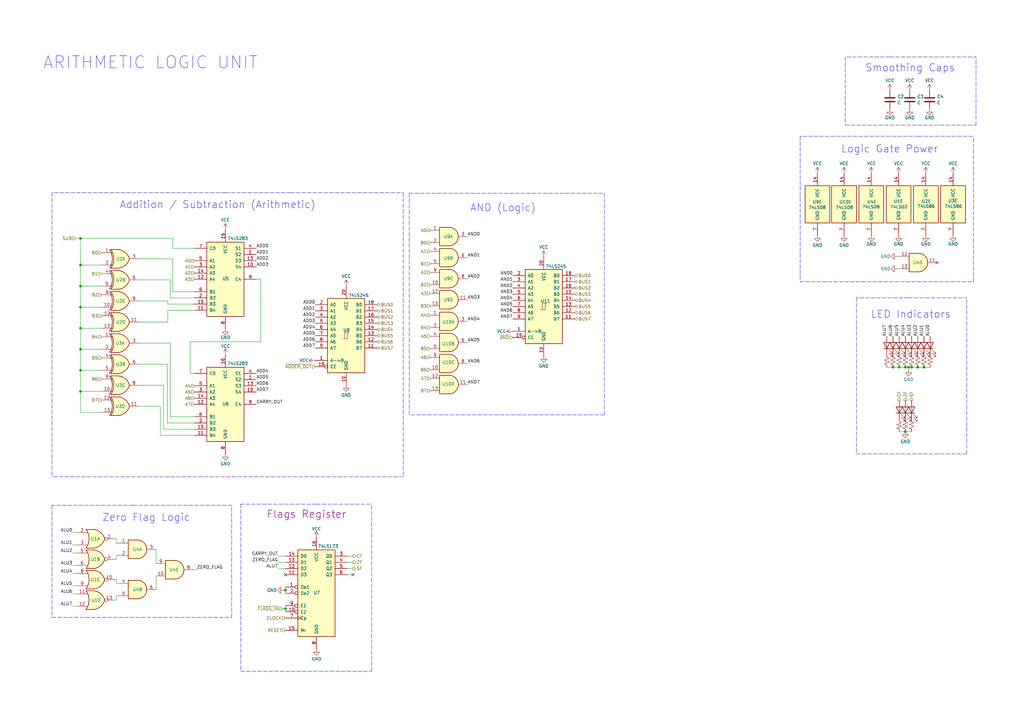
<source format=kicad_sch>
(kicad_sch (version 20211123) (generator eeschema)
  (paper "A3")
  (lib_symbols
    (symbol "74xx:74LS02" (pin_names (offset 1.016))
      (property "Reference" "U" (at 0 1.27 0))
      (property "Value" "74LS02" (at 0 -1.27 0))
      (symbol "74LS02_1_1"
        (pin output inverted (at 7.62 0 180) (length 3.81) (name "~") (number "1"))
        (pin input line (at -7.62 2.54 0) (length 4.318) (name "~") (number "2"))
        (pin input line (at -7.62 -2.54 0) (length 4.318) (name "~") (number "3"))
      )
      (symbol "74LS02_1_2"
        (pin output line (at 7.62 0 180) (length 3.81) (name "~") (number "1"))
        (pin input inverted (at -7.62 2.54 0) (length 3.81) (name "~") (number "2"))
        (pin input inverted (at -7.62 -2.54 0) (length 3.81) (name "~") (number "3"))
      )
      (symbol "74LS02_2_1"
        (pin output inverted (at 7.62 0 180) (length 3.81) (name "~") (number "4"))
        (pin input line (at -7.62 2.54 0) (length 4.318) (name "~") (number "5"))
        (pin input line (at -7.62 -2.54 0) (length 4.318) (name "~") (number "6"))
      )
      (symbol "74LS02_2_2"
        (pin output line (at 7.62 0 180) (length 3.81) (name "~") (number "4"))
        (pin input inverted (at -7.62 2.54 0) (length 3.81) (name "~") (number "5"))
        (pin input inverted (at -7.62 -2.54 0) (length 3.81) (name "~") (number "6"))
      )
      (symbol "74LS02_3_1"
        (pin output inverted (at 7.62 0 180) (length 3.81) (name "~") (number "10"))
        (pin input line (at -7.62 2.54 0) (length 4.318) (name "~") (number "8"))
        (pin input line (at -7.62 -2.54 0) (length 4.318) (name "~") (number "9"))
      )
      (symbol "74LS02_3_2"
        (pin output line (at 7.62 0 180) (length 3.81) (name "~") (number "10"))
        (pin input inverted (at -7.62 2.54 0) (length 3.81) (name "~") (number "8"))
        (pin input inverted (at -7.62 -2.54 0) (length 3.81) (name "~") (number "9"))
      )
      (symbol "74LS02_4_1"
        (pin input line (at -7.62 2.54 0) (length 4.318) (name "~") (number "11"))
        (pin input line (at -7.62 -2.54 0) (length 4.318) (name "~") (number "12"))
        (pin output inverted (at 7.62 0 180) (length 3.81) (name "~") (number "13"))
      )
      (symbol "74LS02_4_2"
        (pin input inverted (at -7.62 2.54 0) (length 3.81) (name "~") (number "11"))
        (pin input inverted (at -7.62 -2.54 0) (length 3.81) (name "~") (number "12"))
        (pin output line (at 7.62 0 180) (length 3.81) (name "~") (number "13"))
      )
      (symbol "74LS02_5_0"
        (pin power_in line (at 0 12.7 270) (length 5.08) (name "VCC") (number "14"))
        (pin power_in line (at 0 -12.7 90) (length 5.08) (name "GND") (number "7"))
      )
    )
    (symbol "74xx:74LS08" (pin_names (offset 1.016))
      (property "Reference" "U" (at 0 1.27 0))
      (property "Value" "74LS08" (at 0 -1.27 0))
      (symbol "74LS08_1_1"
        (pin input line (at -7.62 2.54 0) (length 3.81) (name "~") (number "1"))
        (pin input line (at -7.62 -2.54 0) (length 3.81) (name "~") (number "2"))
        (pin output line (at 7.62 0 180) (length 3.81) (name "~") (number "3"))
      )
      (symbol "74LS08_1_2"
        (pin input inverted (at -7.62 2.54 0) (length 4.318) (name "~") (number "1"))
        (pin input inverted (at -7.62 -2.54 0) (length 4.318) (name "~") (number "2"))
        (pin output inverted (at 7.62 0 180) (length 3.81) (name "~") (number "3"))
      )
      (symbol "74LS08_2_1"
        (pin input line (at -7.62 2.54 0) (length 3.81) (name "~") (number "4"))
        (pin input line (at -7.62 -2.54 0) (length 3.81) (name "~") (number "5"))
        (pin output line (at 7.62 0 180) (length 3.81) (name "~") (number "6"))
      )
      (symbol "74LS08_2_2"
        (pin input inverted (at -7.62 2.54 0) (length 4.318) (name "~") (number "4"))
        (pin input inverted (at -7.62 -2.54 0) (length 4.318) (name "~") (number "5"))
        (pin output inverted (at 7.62 0 180) (length 3.81) (name "~") (number "6"))
      )
      (symbol "74LS08_3_1"
        (pin input line (at -7.62 -2.54 0) (length 3.81) (name "~") (number "10"))
        (pin output line (at 7.62 0 180) (length 3.81) (name "~") (number "8"))
        (pin input line (at -7.62 2.54 0) (length 3.81) (name "~") (number "9"))
      )
      (symbol "74LS08_3_2"
        (pin input inverted (at -7.62 -2.54 0) (length 4.318) (name "~") (number "10"))
        (pin output inverted (at 7.62 0 180) (length 3.81) (name "~") (number "8"))
        (pin input inverted (at -7.62 2.54 0) (length 4.318) (name "~") (number "9"))
      )
      (symbol "74LS08_4_1"
        (pin output line (at 7.62 0 180) (length 3.81) (name "~") (number "11"))
        (pin input line (at -7.62 2.54 0) (length 3.81) (name "~") (number "12"))
        (pin input line (at -7.62 -2.54 0) (length 3.81) (name "~") (number "13"))
      )
      (symbol "74LS08_4_2"
        (pin output inverted (at 7.62 0 180) (length 3.81) (name "~") (number "11"))
        (pin input inverted (at -7.62 2.54 0) (length 4.318) (name "~") (number "12"))
        (pin input inverted (at -7.62 -2.54 0) (length 4.318) (name "~") (number "13"))
      )
      (symbol "74LS08_5_0"
        (pin power_in line (at 0 12.7 270) (length 5.08) (name "VCC") (number "14"))
        (pin power_in line (at 0 -12.7 90) (length 5.08) (name "GND") (number "7"))
      )
    )
    (symbol "74xx:74LS173" (pin_names (offset 1.016))
      (property "Reference" "U" (at -7.62 19.05 0))
      (property "Value" "74LS173" (at -7.62 -19.05 0))
      (symbol "74LS173_1_0"
        (pin input inverted (at -12.7 2.54 0) (length 5.08) (name "Oe1") (number "1"))
        (pin input inverted (at -12.7 -7.62 0) (length 5.08) (name "E2") (number "10"))
        (pin input line (at -12.7 7.62 0) (length 5.08) (name "D3") (number "11"))
        (pin input line (at -12.7 10.16 0) (length 5.08) (name "D2") (number "12"))
        (pin input line (at -12.7 12.7 0) (length 5.08) (name "D1") (number "13"))
        (pin input line (at -12.7 15.24 0) (length 5.08) (name "D0") (number "14"))
        (pin input line (at -12.7 -15.24 0) (length 5.08) (name "Mr") (number "15"))
        (pin power_in line (at 0 22.86 270) (length 5.08) (name "VCC") (number "16"))
        (pin input inverted (at -12.7 0 0) (length 5.08) (name "Oe2") (number "2"))
        (pin tri_state line (at 12.7 15.24 180) (length 5.08) (name "Q0") (number "3"))
        (pin tri_state line (at 12.7 12.7 180) (length 5.08) (name "Q1") (number "4"))
        (pin tri_state line (at 12.7 10.16 180) (length 5.08) (name "Q2") (number "5"))
        (pin tri_state line (at 12.7 7.62 180) (length 5.08) (name "Q3") (number "6"))
        (pin input clock (at -12.7 -10.16 0) (length 5.08) (name "Cp") (number "7"))
        (pin power_in line (at 0 -22.86 90) (length 5.08) (name "GND") (number "8"))
        (pin input inverted (at -12.7 -5.08 0) (length 5.08) (name "E1") (number "9"))
      )
    )
    (symbol "74xx:74LS245" (pin_names (offset 1.016))
      (property "Reference" "U" (at -7.62 16.51 0))
      (property "Value" "74LS245" (at -7.62 -16.51 0))
      (symbol "74LS245_1_0"
        (pin input line (at -12.7 -10.16 0) (length 5.08) (name "A->B") (number "1"))
        (pin power_in line (at 0 -20.32 90) (length 5.08) (name "GND") (number "10"))
        (pin tri_state line (at 12.7 -5.08 180) (length 5.08) (name "B7") (number "11"))
        (pin tri_state line (at 12.7 -2.54 180) (length 5.08) (name "B6") (number "12"))
        (pin tri_state line (at 12.7 0 180) (length 5.08) (name "B5") (number "13"))
        (pin tri_state line (at 12.7 2.54 180) (length 5.08) (name "B4") (number "14"))
        (pin tri_state line (at 12.7 5.08 180) (length 5.08) (name "B3") (number "15"))
        (pin tri_state line (at 12.7 7.62 180) (length 5.08) (name "B2") (number "16"))
        (pin tri_state line (at 12.7 10.16 180) (length 5.08) (name "B1") (number "17"))
        (pin tri_state line (at 12.7 12.7 180) (length 5.08) (name "B0") (number "18"))
        (pin input inverted (at -12.7 -12.7 0) (length 5.08) (name "CE") (number "19"))
        (pin tri_state line (at -12.7 12.7 0) (length 5.08) (name "A0") (number "2"))
        (pin power_in line (at 0 20.32 270) (length 5.08) (name "VCC") (number "20"))
        (pin tri_state line (at -12.7 10.16 0) (length 5.08) (name "A1") (number "3"))
        (pin tri_state line (at -12.7 7.62 0) (length 5.08) (name "A2") (number "4"))
        (pin tri_state line (at -12.7 5.08 0) (length 5.08) (name "A3") (number "5"))
        (pin tri_state line (at -12.7 2.54 0) (length 5.08) (name "A4") (number "6"))
        (pin tri_state line (at -12.7 0 0) (length 5.08) (name "A5") (number "7"))
        (pin tri_state line (at -12.7 -2.54 0) (length 5.08) (name "A6") (number "8"))
        (pin tri_state line (at -12.7 -5.08 0) (length 5.08) (name "A7") (number "9"))
      )
    )
    (symbol "74xx:74LS283" (pin_names (offset 1.016))
      (property "Reference" "U" (at -7.62 16.51 0))
      (property "Value" "74LS283" (at -7.62 -16.51 0))
      (symbol "74LS283_1_0"
        (pin output line (at 12.7 10.16 180) (length 5.08) (name "S2") (number "1"))
        (pin output line (at 12.7 5.08 180) (length 5.08) (name "S4") (number "10"))
        (pin input line (at -12.7 -12.7 0) (length 5.08) (name "B4") (number "11"))
        (pin input line (at -12.7 0 0) (length 5.08) (name "A4") (number "12"))
        (pin output line (at 12.7 7.62 180) (length 5.08) (name "S3") (number "13"))
        (pin input line (at -12.7 2.54 0) (length 5.08) (name "A3") (number "14"))
        (pin input line (at -12.7 -10.16 0) (length 5.08) (name "B3") (number "15"))
        (pin power_in line (at 0 20.32 270) (length 5.08) (name "VCC") (number "16"))
        (pin input line (at -12.7 -7.62 0) (length 5.08) (name "B2") (number "2"))
        (pin input line (at -12.7 5.08 0) (length 5.08) (name "A2") (number "3"))
        (pin output line (at 12.7 12.7 180) (length 5.08) (name "S1") (number "4"))
        (pin input line (at -12.7 7.62 0) (length 5.08) (name "A1") (number "5"))
        (pin input line (at -12.7 -5.08 0) (length 5.08) (name "B1") (number "6"))
        (pin input line (at -12.7 12.7 0) (length 5.08) (name "C0") (number "7"))
        (pin power_in line (at 0 -20.32 90) (length 5.08) (name "GND") (number "8"))
        (pin output line (at 12.7 0 180) (length 5.08) (name "C4") (number "9"))
      )
    )
    (symbol "74xx:74LS86" (pin_names (offset 1.016))
      (property "Reference" "U" (at 0 1.27 0))
      (property "Value" "74LS86" (at 0 -1.27 0))
      (symbol "74LS86_1_0"
        (pin input line (at -7.62 2.54 0) (length 4.445) (name "~") (number "1"))
        (pin input line (at -7.62 -2.54 0) (length 4.445) (name "~") (number "2"))
        (pin output line (at 7.62 0 180) (length 3.81) (name "~") (number "3"))
      )
      (symbol "74LS86_2_0"
        (pin input line (at -7.62 2.54 0) (length 4.445) (name "~") (number "4"))
        (pin input line (at -7.62 -2.54 0) (length 4.445) (name "~") (number "5"))
        (pin output line (at 7.62 0 180) (length 3.81) (name "~") (number "6"))
      )
      (symbol "74LS86_3_0"
        (pin input line (at -7.62 -2.54 0) (length 4.445) (name "~") (number "10"))
        (pin output line (at 7.62 0 180) (length 3.81) (name "~") (number "8"))
        (pin input line (at -7.62 2.54 0) (length 4.445) (name "~") (number "9"))
      )
      (symbol "74LS86_4_0"
        (pin output line (at 7.62 0 180) (length 3.81) (name "~") (number "11"))
        (pin input line (at -7.62 2.54 0) (length 4.445) (name "~") (number "12"))
        (pin input line (at -7.62 -2.54 0) (length 4.445) (name "~") (number "13"))
      )
      (symbol "74LS86_5_0"
        (pin power_in line (at 0 12.7 270) (length 5.08) (name "VCC") (number "14"))
        (pin power_in line (at 0 -12.7 90) (length 5.08) (name "GND") (number "7"))
      )
    )
    (symbol "Device:C" (pin_numbers hide) (pin_names (offset 0.254))
      (property "Reference" "C" (at 0.635 2.54 0))
      (property "Value" "C" (at 0.635 -2.54 0))
      (symbol "C_1_1"
        (pin passive line (at 0 3.81 270) (length 2.794) (name "~") (number "1"))
        (pin passive line (at 0 -3.81 90) (length 2.794) (name "~") (number "2"))
      )
    )
    (symbol "Device:LED" (pin_numbers hide) (pin_names (offset 1.016) hide)
      (property "Reference" "D" (at 0 2.54 0))
      (property "Value" "LED" (at 0 -2.54 0))
      (symbol "LED_1_1"
        (pin passive line (at -3.81 0 0) (length 2.54) (name "K") (number "1"))
        (pin passive line (at 3.81 0 180) (length 2.54) (name "A") (number "2"))
      )
    )
    (symbol "Device:R_Small_US" (pin_numbers hide) (pin_names (offset 0.254) hide)
      (property "Reference" "R" (at 0.762 0.508 0))
      (property "Value" "R_Small_US" (at 0.762 -1.016 0))
      (symbol "R_Small_US_1_1"
        (pin passive line (at 0 2.54 270) (length 1.016) (name "~") (number "1"))
        (pin passive line (at 0 -2.54 90) (length 1.016) (name "~") (number "2"))
      )
    )
    (symbol "power:GND" (power) (pin_names (offset 0))
      (property "Value" "GND" (at 0 -3.81 0))
      (symbol "GND_1_1"
        (pin power_in line (at 0 0 270) (length 0) hide (name "GND") (number "1"))
      )
    )
    (symbol "power:VCC" (power) (pin_names (offset 0))
      (property "Value" "VCC" (at 0 3.81 0))
      (symbol "VCC_1_1"
        (pin power_in line (at 0 0 90) (length 0) hide (name "VCC") (number "1"))
      )
    )
  )
  (junction (at 376.428 150.622))
  (junction (at 33.02 160.528))
  (junction (at 368.808 150.622))
  (junction (at 33.02 97.79))
  (junction (at 117.094 249.682))
  (junction (at 366.268 150.622))
  (junction (at 33.02 125.984))
  (junction (at 371.348 150.622))
  (junction (at 117.094 242.062))
  (junction (at 371.348 177.038))
  (junction (at 33.02 134.62))
  (junction (at 372.618 150.622))
  (junction (at 373.888 150.622))
  (junction (at 33.02 117.348))
  (junction (at 33.02 143.256))
  (junction (at 378.968 150.622))
  (junction (at 33.02 151.892))
  (junction (at 33.02 108.712))
  (no_connect (at 384.302 107.696))
  (no_connect (at 144.78 235.712))
  (no_connect (at 117.094 235.712))
  (wire (pts (xy 33.02 108.712) (xy 33.02 117.348)))
  (wire (pts (xy 33.02 151.892) (xy 33.02 143.256)))
  (wire (pts (xy 29.718 226.822) (xy 31.496 226.822)))
  (wire (pts (xy 29.718 243.586) (xy 31.496 243.586)))
  (wire (pts (xy 56.896 166.624) (xy 65.786 166.624)))
  (wire (pts (xy 114.046 233.172) (xy 117.094 233.172)))
  (wire (pts (xy 47.752 222.758) (xy 47.752 220.98)))
  (wire (pts (xy 33.02 169.164) (xy 33.02 160.528)))
  (wire (pts (xy 29.718 248.666) (xy 31.496 248.666)))
  (wire (pts (xy 77.978 140.208) (xy 77.978 153.162)))
  (polyline (pts (xy 129.794 206.756) (xy 98.806 206.756)))
  (polyline (pts (xy 372.618 122.174) (xy 396.494 122.174)))
  (wire (pts (xy 68.834 127.254) (xy 79.756 127.254)))
  (wire (pts (xy 368.046 110.236) (xy 369.062 110.236)))
  (polyline (pts (xy 328.168 115.57) (xy 399.288 115.57)))
  (wire (pts (xy 56.896 114.808) (xy 69.85 114.808)))
  (wire (pts (xy 373.888 150.622) (xy 376.428 150.622)))
  (polyline (pts (xy 129.794 206.756) (xy 152.4 206.756)))
  (wire (pts (xy 47.752 229.362) (xy 46.736 229.362)))
  (wire (pts (xy 33.02 117.348) (xy 41.656 117.348)))
  (wire (pts (xy 48.768 244.348) (xy 47.752 244.348)))
  (polyline (pts (xy 376.682 55.88) (xy 328.168 55.88)))
  (wire (pts (xy 56.896 106.172) (xy 70.866 106.172)))
  (polyline (pts (xy 346.71 23.368) (xy 346.71 51.308)))
  (polyline (pts (xy 94.996 253.238) (xy 94.996 207.264)))
  (wire (pts (xy 371.348 150.622) (xy 372.618 150.622)))
  (wire (pts (xy 69.85 170.942) (xy 69.85 140.716)))
  (polyline (pts (xy 165.354 78.994) (xy 165.354 195.58)))
  (polyline (pts (xy 54.61 207.264) (xy 94.996 207.264)))
  (wire (pts (xy 33.02 134.62) (xy 33.02 125.984)))
  (wire (pts (xy 79.756 176.022) (xy 67.056 176.022)))
  (polyline (pts (xy 247.904 170.18) (xy 167.894 170.18)))
  (wire (pts (xy 117.094 249.682) (xy 117.094 250.952)))
  (wire (pts (xy 116.332 242.062) (xy 117.094 242.062)))
  (wire (pts (xy 142.494 235.712) (xy 144.78 235.712)))
  (polyline (pts (xy 165.354 195.58) (xy 119.634 195.58)))
  (polyline (pts (xy 98.806 206.756) (xy 98.806 275.336)))
  (polyline (pts (xy 54.61 207.264) (xy 21.336 207.264)))
  (wire (pts (xy 115.824 249.682) (xy 117.094 249.682)))
  (wire (pts (xy 79.248 233.68) (xy 80.772 233.68)))
  (wire (pts (xy 68.834 132.08) (xy 68.834 127.254)))
  (wire (pts (xy 372.618 150.622) (xy 372.618 151.638)))
  (polyline (pts (xy 167.894 79.248) (xy 167.894 170.18)))
  (wire (pts (xy 41.656 125.984) (xy 33.02 125.984)))
  (polyline (pts (xy 364.998 23.368) (xy 346.71 23.368)))
  (wire (pts (xy 70.866 106.172) (xy 70.866 119.634)))
  (wire (pts (xy 47.752 237.744) (xy 46.736 237.744)))
  (wire (pts (xy 372.618 150.622) (xy 373.888 150.622)))
  (wire (pts (xy 79.756 119.634) (xy 70.866 119.634)))
  (wire (pts (xy 33.02 160.528) (xy 33.02 151.892)))
  (polyline (pts (xy 119.634 195.58) (xy 21.336 195.58)))
  (wire (pts (xy 29.718 240.284) (xy 31.496 240.284)))
  (wire (pts (xy 79.756 170.942) (xy 69.85 170.942)))
  (wire (pts (xy 70.866 97.79) (xy 33.02 97.79)))
  (wire (pts (xy 65.786 178.562) (xy 79.756 178.562)))
  (wire (pts (xy 105.156 114.554) (xy 106.934 114.554)))
  (wire (pts (xy 69.85 122.174) (xy 79.756 122.174)))
  (wire (pts (xy 33.02 97.79) (xy 33.02 108.712)))
  (wire (pts (xy 77.978 153.162) (xy 79.756 153.162)))
  (wire (pts (xy 368.808 150.622) (xy 371.348 150.622)))
  (wire (pts (xy 117.094 240.792) (xy 117.094 242.062)))
  (wire (pts (xy 47.752 239.268) (xy 47.752 237.744)))
  (polyline (pts (xy 21.336 78.994) (xy 21.336 195.834)))
  (polyline (pts (xy 364.998 23.368) (xy 400.304 23.368)))
  (wire (pts (xy 29.718 218.44) (xy 31.496 218.44)))
  (polyline (pts (xy 152.4 275.336) (xy 152.4 206.756)))
  (wire (pts (xy 142.494 228.092) (xy 144.78 228.092)))
  (wire (pts (xy 68.58 173.482) (xy 79.756 173.482)))
  (wire (pts (xy 29.718 223.52) (xy 31.496 223.52)))
  (polyline (pts (xy 351.282 186.182) (xy 396.494 186.182)))
  (polyline (pts (xy 119.126 78.994) (xy 165.354 78.994)))
  (wire (pts (xy 67.056 157.988) (xy 56.896 157.988)))
  (wire (pts (xy 30.988 97.79) (xy 33.02 97.79)))
  (wire (pts (xy 106.934 140.208) (xy 77.978 140.208)))
  (polyline (pts (xy 167.894 79.248) (xy 247.904 79.248)))
  (wire (pts (xy 64.008 225.298) (xy 64.008 231.14)))
  (wire (pts (xy 378.968 150.622) (xy 381.508 150.622)))
  (wire (pts (xy 56.896 132.08) (xy 68.834 132.08)))
  (wire (pts (xy 41.656 160.528) (xy 33.02 160.528)))
  (wire (pts (xy 47.752 227.838) (xy 47.752 229.362)))
  (wire (pts (xy 41.656 169.164) (xy 33.02 169.164)))
  (polyline (pts (xy 396.494 186.182) (xy 396.494 122.174)))
  (polyline (pts (xy 399.288 115.57) (xy 399.288 55.88)))
  (polyline (pts (xy 98.806 275.336) (xy 152.4 275.336)))
  (wire (pts (xy 41.656 108.712) (xy 33.02 108.712)))
  (wire (pts (xy 65.786 166.624) (xy 65.786 178.562)))
  (polyline (pts (xy 21.336 207.264) (xy 21.336 253.238)))
  (wire (pts (xy 41.656 134.62) (xy 33.02 134.62)))
  (wire (pts (xy 33.02 125.984) (xy 33.02 117.348)))
  (polyline (pts (xy 328.168 55.88) (xy 328.168 115.57)))
  (wire (pts (xy 376.428 150.622) (xy 378.968 150.622)))
  (wire (pts (xy 79.756 101.854) (xy 70.866 101.854)))
  (wire (pts (xy 47.752 246.126) (xy 46.736 246.126)))
  (wire (pts (xy 48.768 222.758) (xy 47.752 222.758)))
  (wire (pts (xy 69.85 114.808) (xy 69.85 122.174)))
  (wire (pts (xy 48.768 227.838) (xy 47.752 227.838)))
  (wire (pts (xy 106.934 114.554) (xy 106.934 140.208)))
  (wire (pts (xy 142.494 230.632) (xy 144.78 230.632)))
  (wire (pts (xy 366.268 150.622) (xy 368.808 150.622)))
  (polyline (pts (xy 247.904 79.248) (xy 247.904 170.18)))
  (wire (pts (xy 41.656 143.256) (xy 33.02 143.256)))
  (wire (pts (xy 68.58 149.352) (xy 68.58 173.482)))
  (polyline (pts (xy 346.71 51.308) (xy 400.304 51.308)))
  (wire (pts (xy 29.718 235.204) (xy 31.496 235.204)))
  (wire (pts (xy 68.834 124.714) (xy 68.834 123.444)))
  (polyline (pts (xy 351.282 122.174) (xy 351.282 186.182)))
  (polyline (pts (xy 376.682 55.88) (xy 399.288 55.88)))
  (wire (pts (xy 117.094 242.062) (xy 117.094 243.332)))
  (wire (pts (xy 363.728 150.622) (xy 366.268 150.622)))
  (wire (pts (xy 41.656 151.892) (xy 33.02 151.892)))
  (polyline (pts (xy 400.304 51.308) (xy 400.304 23.368)))
  (wire (pts (xy 368.808 177.038) (xy 371.348 177.038)))
  (wire (pts (xy 114.046 230.632) (xy 117.094 230.632)))
  (wire (pts (xy 33.02 143.256) (xy 33.02 134.62)))
  (wire (pts (xy 47.752 220.98) (xy 46.736 220.98)))
  (wire (pts (xy 29.718 231.902) (xy 31.496 231.902)))
  (wire (pts (xy 79.756 124.714) (xy 68.834 124.714)))
  (wire (pts (xy 368.046 105.156) (xy 369.062 105.156)))
  (wire (pts (xy 68.834 123.444) (xy 56.896 123.444)))
  (polyline (pts (xy 92.456 78.994) (xy 119.634 78.994)))
  (wire (pts (xy 142.494 233.172) (xy 144.78 233.172)))
  (wire (pts (xy 64.008 236.22) (xy 64.008 241.808)))
  (wire (pts (xy 117.094 248.412) (xy 117.094 249.682)))
  (wire (pts (xy 48.768 239.268) (xy 47.752 239.268)))
  (wire (pts (xy 47.752 244.348) (xy 47.752 246.126)))
  (polyline (pts (xy 21.336 253.238) (xy 94.996 253.238)))
  (polyline (pts (xy 372.618 122.174) (xy 351.282 122.174)))
  (wire (pts (xy 70.866 101.854) (xy 70.866 97.79)))
  (wire (pts (xy 67.056 176.022) (xy 67.056 157.988)))
  (polyline (pts (xy 92.456 78.994) (xy 21.336 78.994)))
  (wire (pts (xy 371.348 177.038) (xy 373.888 177.038)))
  (wire (pts (xy 69.85 140.716) (xy 56.896 140.716)))
  (wire (pts (xy 56.896 149.352) (xy 68.58 149.352)))
  (wire (pts (xy 114.046 228.092) (xy 117.094 228.092)))
  (text "AND (Logic)" (at 192.786 87.122 0) (effects (font (size 3 3)) (justify left bottom)))
  (text "Addition / Subtraction (Arithmetic)" (at 49.022 85.852 0) (effects (font (size 3 3)) (justify left bottom)))
  (text "Logic Gate Power" (at 344.932 62.992 0) (effects (font (size 3 3)) (justify left bottom)))
  (text "ARITHMETIC LOGIC UNIT" (at 17.526 28.702 0) (effects (font (size 5 5)) (justify left bottom)))
  (text "LED Indicators" (at 357.124 130.81 0) (effects (font (size 3 3)) (justify left bottom)))
  (text "Smoothing Caps" (at 354.838 29.718 0) (effects (font (size 3 3)) (justify left bottom)))
  (text "Zero Flag Logic" (at 41.91 214.122 0) (effects (font (size 3 3)) (justify left bottom)))
  (label "ALU5" (at 29.718 240.284 180))
  (label "ZERO_FLAG" (at 80.772 233.68 0))
  (label "ALU5" (at 368.808 137.922 90))
  (label "AND4" (at 210.312 123.19 180))
  (label "ADD3" (at 105.156 109.474 0))
  (label "ADD5" (at 105.156 155.702 0))
  (label "ALU7" (at 363.728 137.922 90))
  (label "AND1" (at 210.312 115.57 180))
  (label "ALU1" (at 378.968 137.922 90))
  (label "ADD2" (at 105.156 106.934 0))
  (label "AND7" (at 210.312 130.81 180))
  (label "ALU7" (at 29.718 248.666 180))
  (label "ADD1" (at 105.156 104.394 0))
  (label "AND1" (at 191.77 105.664 0))
  (label "ALU6" (at 29.718 243.586 180))
  (label "ALU4" (at 371.348 137.922 90))
  (label "AND0" (at 191.77 97.028 0))
  (label "ADD0" (at 129.286 124.968 180))
  (label "AND3" (at 191.77 122.936 0))
  (label "ALU3" (at 373.888 137.922 90))
  (label "ADD1" (at 129.286 127.508 180))
  (label "CARRY_OUT" (at 105.156 165.862 0))
  (label "ADD5" (at 129.286 137.668 180))
  (label "ADD7" (at 129.286 142.748 180))
  (label "AND2" (at 191.77 114.3 0))
  (label "ALU1" (at 29.718 223.52 180))
  (label "ZERO_FLAG" (at 114.046 230.632 180))
  (label "ALU2" (at 376.428 137.922 90))
  (label "ADD6" (at 105.156 158.242 0))
  (label "CARRY_OUT" (at 114.046 228.092 180))
  (label "AND4" (at 191.77 131.826 0))
  (label "AND7" (at 191.77 157.734 0))
  (label "ALU4" (at 29.718 235.204 180))
  (label "ALU2" (at 29.718 226.822 180))
  (label "AND6" (at 210.312 128.27 180))
  (label "ADD3" (at 129.286 132.588 180))
  (label "ADD6" (at 129.286 140.208 180))
  (label "ADD2" (at 129.286 130.048 180))
  (label "ALU7" (at 114.046 233.172 180))
  (label "ADD4" (at 129.286 135.128 180))
  (label "AND0" (at 210.312 113.03 180))
  (label "AND6" (at 191.77 149.098 0))
  (label "ADD4" (at 105.156 153.162 0))
  (label "ALU3" (at 29.718 231.902 180))
  (label "AND5" (at 210.312 125.73 180))
  (label "ALU0" (at 29.718 218.44 180))
  (label "AND2" (at 210.312 118.11 180))
  (label "ALU6" (at 366.268 137.922 90))
  (label "AND5" (at 191.77 140.462 0))
  (label "AND3" (at 210.312 120.65 180))
  (label "ALU0" (at 381.508 137.922 90))
  (label "ADD7" (at 105.156 160.782 0))
  (label "ADD0" (at 105.156 101.854 0))
  (hierarchical_label "SF" (shape output) (at 144.78 233.172 0))
  (hierarchical_label "CF" (shape output) (at 368.808 164.338 90))
  (hierarchical_label "A0" (shape input) (at 176.53 94.488 180))
  (hierarchical_label "BUS5" (shape tri_state) (at 235.712 125.73 0))
  (hierarchical_label "A3" (shape input) (at 79.756 114.554 180))
  (hierarchical_label "CLOCK" (shape input) (at 117.094 253.492 180))
  (hierarchical_label "BUS4" (shape tri_state) (at 154.686 135.128 0))
  (hierarchical_label "B3" (shape input) (at 176.53 125.476 180))
  (hierarchical_label "~{ADDER_OUT}" (shape input) (at 129.286 150.368 180))
  (hierarchical_label "BUS4" (shape tri_state) (at 235.712 123.19 0))
  (hierarchical_label "A2" (shape input) (at 79.756 112.014 180))
  (hierarchical_label "BUS0" (shape tri_state) (at 154.686 124.968 0))
  (hierarchical_label "B4" (shape input) (at 41.656 138.176 180))
  (hierarchical_label "BUS3" (shape tri_state) (at 235.712 120.65 0))
  (hierarchical_label "A7" (shape input) (at 176.53 155.194 180))
  (hierarchical_label "~{FLAGS_IN}" (shape input) (at 115.824 249.682 180))
  (hierarchical_label "A6" (shape input) (at 176.53 146.558 180))
  (hierarchical_label "B4" (shape input) (at 176.53 134.366 180))
  (hierarchical_label "A1" (shape input) (at 79.756 109.474 180))
  (hierarchical_label "BUS2" (shape tri_state) (at 154.686 130.048 0))
  (hierarchical_label "A6" (shape input) (at 79.756 163.322 180))
  (hierarchical_label "ZF" (shape output) (at 371.348 164.338 90))
  (hierarchical_label "A1" (shape input) (at 176.53 103.124 180))
  (hierarchical_label "BUS1" (shape tri_state) (at 154.686 127.508 0))
  (hierarchical_label "B6" (shape input) (at 41.656 155.448 180))
  (hierarchical_label "B5" (shape input) (at 176.53 143.002 180))
  (hierarchical_label "A4" (shape input) (at 176.53 129.286 180))
  (hierarchical_label "BUS3" (shape tri_state) (at 154.686 132.588 0))
  (hierarchical_label "B1" (shape input) (at 176.53 108.204 180))
  (hierarchical_label "B0" (shape input) (at 41.656 103.632 180))
  (hierarchical_label "ZF" (shape output) (at 144.78 230.632 0))
  (hierarchical_label "A2" (shape input) (at 176.53 111.76 180))
  (hierarchical_label "B3" (shape input) (at 41.656 129.54 180))
  (hierarchical_label "SUB" (shape input) (at 30.988 97.79 180))
  (hierarchical_label "BUS7" (shape tri_state) (at 154.686 142.748 0))
  (hierarchical_label "A7" (shape input) (at 79.756 165.862 180))
  (hierarchical_label "CF" (shape output) (at 144.78 228.092 0))
  (hierarchical_label "B2" (shape input) (at 41.656 120.904 180))
  (hierarchical_label "B0" (shape input) (at 176.53 99.568 180))
  (hierarchical_label "BUS6" (shape tri_state) (at 235.712 128.27 0))
  (hierarchical_label "B7" (shape input) (at 176.53 160.274 180))
  (hierarchical_label "B5" (shape input) (at 41.656 146.812 180))
  (hierarchical_label "BUS6" (shape tri_state) (at 154.686 140.208 0))
  (hierarchical_label "RESET" (shape input) (at 117.094 258.572 180))
  (hierarchical_label "BUS0" (shape tri_state) (at 235.712 113.03 0))
  (hierarchical_label "A3" (shape input) (at 176.53 120.396 180))
  (hierarchical_label "B1" (shape input) (at 41.656 112.268 180))
  (hierarchical_label "SF" (shape output) (at 373.888 164.338 90))
  (hierarchical_label "B2" (shape input) (at 176.53 116.84 180))
  (hierarchical_label "B6" (shape input) (at 176.53 151.638 180))
  (hierarchical_label "B7" (shape input) (at 41.656 164.084 180))
  (hierarchical_label "A4" (shape input) (at 79.756 158.242 180))
  (hierarchical_label "BUS5" (shape tri_state) (at 154.686 137.668 0))
  (hierarchical_label "A5" (shape input) (at 79.756 160.782 180))
  (hierarchical_label "A0" (shape input) (at 79.756 106.934 180))
  (hierarchical_label "A5" (shape input) (at 176.53 137.922 180))
  (hierarchical_label "BUS7" (shape tri_state) (at 235.712 130.81 0))
  (hierarchical_label "~{AND}" (shape input) (at 210.312 138.43 180))
  (hierarchical_label "BUS1" (shape tri_state) (at 235.712 115.57 0))
  (hierarchical_label "BUS2" (shape tri_state) (at 235.712 118.11 0))
  (symbol (lib_id "Device:R_Small_US") (at 373.888 148.082 0) (unit 1)
    (property "Reference" "R7" (effects hide))
    (property "Value" "R_Small_US" (effects hide))
    (property "Footprint" "Resistor_SMD:R_0805_2012Metric" (effects hide))
  )
  (symbol (lib_id "power:VCC") (at 379.73 71.12 0) (unit 1)
    (property "Reference" "#PWR034" (effects hide))
    (property "Value" "VCC" (at 379.73 67.056 0))
  )
  (symbol (lib_id "74xx:74LS08") (at 184.15 97.028 0) (unit 1)
    (property "Reference" "U9" (at 183.896 97.028 0))
    (property "Value" "74LS08" (effects hide))
    (property "Footprint" "Package_SO:TSSOP-14_4.4x5mm_P0.65mm" (effects hide))
    (property "Datasheet" "http://www.ti.com/lit/gpn/sn74LS08" (effects hide))
  )
  (symbol (lib_id "74xx:74LS86") (at 49.276 140.716 0) (unit 1)
    (property "Reference" "U3" (at 49.276 140.716 0))
    (property "Value" "74LS86" (effects hide))
    (property "Datasheet" "74xx/74ls86.pdf" (effects hide))
  )
  (symbol (lib_id "Device:R_Small_US") (at 376.428 148.082 0) (unit 1)
    (property "Reference" "R9" (effects hide))
    (property "Value" "R_Small_US" (effects hide))
    (property "Footprint" "Resistor_SMD:R_0805_2012Metric" (effects hide))
  )
  (symbol (lib_id "power:GND") (at 373.126 44.704 0) (unit 1)
    (property "Reference" "#PWR033" (effects hide))
    (property "Value" "GND" (at 373.126 48.26 0))
  )
  (symbol (lib_id "power:VCC") (at 335.28 71.12 0) (unit 1)
    (property "Reference" "#PWR018" (effects hide))
    (property "Value" "VCC" (at 335.28 67.056 0))
  )
  (symbol (lib_id "Device:R_Small_US") (at 373.888 174.498 0) (unit 1)
    (property "Reference" "R8" (effects hide))
    (property "Value" "R_Small_US" (effects hide))
    (property "Footprint" "Resistor_SMD:R_0805_2012Metric" (effects hide))
  )
  (symbol (lib_id "Device:R_Small_US") (at 366.268 148.082 0) (unit 1)
    (property "Reference" "R2" (effects hide))
    (property "Value" "R_Small_US" (effects hide))
    (property "Footprint" "Resistor_SMD:R_0805_2012Metric" (effects hide))
  )
  (symbol (lib_id "74xx:74LS08") (at 184.15 149.098 0) (unit 3)
    (property "Reference" "U10" (at 183.896 148.59 0))
    (property "Value" "74LS08" (effects hide))
    (property "Footprint" "Package_SO:TSSOP-14_4.4x5mm_P0.65mm" (effects hide))
    (property "Datasheet" "http://www.ti.com/lit/gpn/sn74LS08" (effects hide))
  )
  (symbol (lib_id "74xx:74LS08") (at 357.378 83.82 0) (unit 5)
    (property "Reference" "U4" (at 355.6 82.804 0) (effects (justify left)))
    (property "Value" "74LS08" (at 353.568 84.836 0) (effects (justify left)))
    (property "Footprint" "Package_SO:TSSOP-14_4.4x5mm_P0.65mm" (effects hide))
    (property "Datasheet" "http://www.ti.com/lit/gpn/sn74LS08" (effects hide))
  )
  (symbol (lib_id "74xx:74LS08") (at 184.15 114.3 0) (unit 3)
    (property "Reference" "U9" (at 183.896 114.3 0))
    (property "Value" "74LS08" (effects hide))
    (property "Footprint" "Package_SO:TSSOP-14_4.4x5mm_P0.65mm" (effects hide))
    (property "Datasheet" "http://www.ti.com/lit/gpn/sn74LS08" (effects hide))
  )
  (symbol (lib_id "74xx:74LS86") (at 49.276 114.808 0) (unit 2)
    (property "Reference" "U2" (at 49.53 114.808 0))
    (property "Value" "74LS86" (effects hide))
    (property "Datasheet" "74xx/74ls86.pdf" (effects hide))
  )
  (symbol (lib_id "74xx:74LS173") (at 129.794 243.332 0) (unit 1)
    (property "Reference" "U7" (at 128.524 243.078 0) (effects (justify left)))
    (property "Value" "74LS173" (at 130.302 224.028 0) (effects (justify left)))
    (property "Footprint" "Package_SO:TSSOP-16_4.4x5mm_P0.65mm" (effects hide))
    (property "Datasheet" "http://www.ti.com/lit/gpn/sn74LS173" (effects hide))
    (property "Field4" "Flags Register" (at 125.73 210.82 0) (effects (font (size 3 3))))
  )
  (symbol (lib_id "power:VCC") (at 141.986 117.348 0) (unit 1)
    (property "Reference" "#PWR013" (effects hide))
    (property "Value" "VCC" (at 141.986 113.284 0))
  )
  (symbol (lib_id "power:VCC") (at 92.456 94.234 0) (unit 1)
    (property "Reference" "#PWR05" (effects hide))
    (property "Value" "VCC" (at 92.456 90.17 0))
  )
  (symbol (lib_id "power:GND") (at 223.012 146.05 0) (unit 1)
    (property "Reference" "#PWR017" (effects hide))
    (property "Value" "GND" (at 223.012 150.114 0))
  )
  (symbol (lib_id "Device:C") (at 373.126 40.894 0) (unit 1)
    (property "Reference" "C3" (at 376.174 39.6239 0) (effects (justify left)))
    (property "Value" "C" (at 376.174 42.1639 0) (effects (justify left)))
    (property "Footprint" "Capacitor_SMD:C_0805_2012Metric" (effects hide))
  )
  (symbol (lib_id "power:GND") (at 346.202 96.52 0) (unit 1)
    (property "Reference" "#PWR021" (effects hide))
    (property "Value" "GND" (at 346.202 100.584 0))
  )
  (symbol (lib_id "Device:R_Small_US") (at 368.808 148.082 0) (unit 1)
    (property "Reference" "R3" (effects hide))
    (property "Value" "R_Small_US" (effects hide))
    (property "Footprint" "Resistor_SMD:R_0805_2012Metric" (effects hide))
  )
  (symbol (lib_id "Device:LED") (at 373.888 141.732 90) (unit 1)
    (property "Reference" "D7" (effects hide))
    (property "Value" "LED" (effects hide))
    (property "Footprint" "LED_SMD:LED_0805_2012Metric" (effects hide))
  )
  (symbol (lib_id "74xx:74LS08") (at 56.388 225.298 0) (unit 1)
    (property "Reference" "U4" (at 56.388 225.298 0))
    (property "Value" "74LS08" (effects hide))
    (property "Footprint" "Package_SO:TSSOP-14_4.4x5mm_P0.65mm" (effects hide))
    (property "Datasheet" "http://www.ti.com/lit/gpn/sn74LS08" (effects hide))
  )
  (symbol (lib_id "74xx:74LS86") (at 49.276 157.988 0) (unit 3)
    (property "Reference" "U3" (at 49.53 157.988 0))
    (property "Value" "74LS86" (effects hide))
    (property "Datasheet" "74xx/74ls86.pdf" (effects hide))
  )
  (symbol (lib_id "power:GND") (at 390.906 96.52 0) (unit 1)
    (property "Reference" "#PWR039" (effects hide))
    (property "Value" "GND" (at 390.906 100.076 0))
  )
  (symbol (lib_id "Device:C") (at 364.998 40.894 0) (unit 1)
    (property "Reference" "C2" (at 368.046 39.6239 0) (effects (justify left)))
    (property "Value" "C" (at 368.046 42.1639 0) (effects (justify left)))
    (property "Footprint" "Capacitor_SMD:C_0805_2012Metric" (effects hide))
  )
  (symbol (lib_id "power:VCC") (at 346.202 71.12 0) (unit 1)
    (property "Reference" "#PWR020" (effects hide))
    (property "Value" "VCC" (at 346.202 67.056 0))
  )
  (symbol (lib_id "74xx:74LS86") (at 390.906 83.82 0) (unit 5)
    (property "Reference" "U3" (at 388.874 82.296 0) (effects (justify left)))
    (property "Value" "74LS86" (at 387.35 84.582 0) (effects (justify left)))
    (property "Footprint" "Package_SO:TSSOP-14_4.4x5mm_P0.65mm" (effects hide))
    (property "Datasheet" "74xx/74ls86.pdf" (effects hide))
  )
  (symbol (lib_id "74xx:74LS02") (at 39.116 229.362 0) (unit 2)
    (property "Reference" "U1" (at 39.116 229.362 0))
    (property "Value" "74LS02" (effects hide))
    (property "Datasheet" "http://www.ti.com/lit/gpn/sn74ls02" (effects hide))
  )
  (symbol (lib_id "power:GND") (at 335.28 96.52 0) (unit 1)
    (property "Reference" "#PWR019" (effects hide))
    (property "Value" "GND" (at 335.28 100.584 0))
  )
  (symbol (lib_id "74xx:74LS08") (at 71.628 233.68 0) (unit 3)
    (property "Reference" "U4" (at 71.374 233.68 0))
    (property "Value" "74LS08" (effects hide))
    (property "Footprint" "Package_SO:TSSOP-14_4.4x5mm_P0.65mm" (effects hide))
    (property "Datasheet" "http://www.ti.com/lit/gpn/sn74LS08" (effects hide))
  )
  (symbol (lib_id "74xx:74LS86") (at 49.276 166.624 0) (unit 4)
    (property "Reference" "U3" (at 49.276 166.624 0))
    (property "Value" "74LS86" (effects hide))
    (property "Datasheet" "74xx/74ls86.pdf" (effects hide))
  )
  (symbol (lib_id "74xx:74LS283") (at 92.456 114.554 0) (unit 1)
    (property "Reference" "U5" (at 91.186 114.3 0) (effects (justify left)))
    (property "Value" "74LS283" (at 93.218 97.79 0) (effects (justify left)))
    (property "Footprint" "Package_SO:SOIC-16_3.9x9.9mm_P1.27mm" (effects hide))
    (property "Datasheet" "http://www.ti.com/lit/gpn/sn74LS283" (effects hide))
  )
  (symbol (lib_id "74xx:74LS08") (at 335.28 83.82 0) (unit 5)
    (property "Reference" "U9" (at 333.248 82.804 0) (effects (justify left)))
    (property "Value" "74LS08" (at 331.47 85.09 0) (effects (justify left)))
    (property "Footprint" "Package_SO:TSSOP-14_4.4x5mm_P0.65mm" (effects hide))
    (property "Datasheet" "http://www.ti.com/lit/gpn/sn74LS08" (effects hide))
  )
  (symbol (lib_id "power:VCC") (at 381.254 37.084 0) (unit 1)
    (property "Reference" "#PWR036" (effects hide))
    (property "Value" "VCC" (at 381.254 33.02 0))
  )
  (symbol (lib_id "power:GND") (at 368.554 96.52 0) (unit 1)
    (property "Reference" "#PWR029" (effects hide))
    (property "Value" "GND" (at 368.554 100.076 0))
  )
  (symbol (lib_id "power:GND") (at 368.046 105.156 270) (unit 1)
    (property "Reference" "#PWR026" (effects hide))
    (property "Value" "GND" (at 363.22 105.156 90))
  )
  (symbol (lib_id "Device:LED") (at 363.728 141.732 90) (unit 1)
    (property "Reference" "D1" (effects hide))
    (property "Value" "LED" (effects hide))
    (property "Footprint" "LED_SMD:LED_0805_2012Metric" (effects hide))
  )
  (symbol (lib_id "74xx:74LS86") (at 49.276 149.352 0) (unit 2)
    (property "Reference" "U3" (at 49.53 149.352 0))
    (property "Value" "74LS86" (effects hide))
    (property "Datasheet" "74xx/74ls86.pdf" (effects hide))
  )
  (symbol (lib_id "74xx:74LS02") (at 39.116 246.126 0) (unit 4)
    (property "Reference" "U1" (at 39.37 246.126 0))
    (property "Value" "74LS02" (effects hide))
    (property "Datasheet" "http://www.ti.com/lit/gpn/sn74ls02" (effects hide))
  )
  (symbol (lib_id "Device:LED") (at 368.808 168.148 90) (unit 1)
    (property "Reference" "D4" (effects hide))
    (property "Value" "LED" (effects hide))
    (property "Footprint" "LED_SMD:LED_0805_2012Metric" (effects hide))
  )
  (symbol (lib_id "74xx:74LS245") (at 141.986 137.668 0) (unit 1)
    (property "Reference" "U8" (at 140.716 135.382 0) (effects (justify left)))
    (property "Value" "74LS245" (at 142.748 121.158 0) (effects (justify left)))
    (property "Footprint" "Package_SO:TSSOP-20_4.4x6.5mm_P0.65mm" (effects hide))
    (property "Datasheet" "http://www.ti.com/lit/gpn/sn74LS245" (effects hide))
  )
  (symbol (lib_id "Device:R_Small_US") (at 378.968 148.082 0) (unit 1)
    (property "Reference" "R10" (effects hide))
    (property "Value" "R_Small_US" (effects hide))
    (property "Footprint" "Resistor_SMD:R_0805_2012Metric" (effects hide))
  )
  (symbol (lib_id "power:VCC") (at 92.456 145.542 0) (unit 1)
    (property "Reference" "#PWR07" (effects hide))
    (property "Value" "VCC" (at 92.456 141.986 0))
  )
  (symbol (lib_id "Device:C") (at 381.254 40.894 0) (unit 1)
    (property "Reference" "C4" (at 384.302 39.6239 0) (effects (justify left)))
    (property "Value" "C" (at 384.302 42.1639 0) (effects (justify left)))
    (property "Footprint" "Capacitor_SMD:C_0805_2012Metric" (effects hide))
  )
  (symbol (lib_id "power:VCC") (at 129.286 147.828 90) (unit 1)
    (property "Reference" "#PWR010" (effects hide))
    (property "Value" "VCC" (at 124.714 147.828 90))
  )
  (symbol (lib_id "power:GND") (at 379.73 96.52 0) (unit 1)
    (property "Reference" "#PWR035" (effects hide))
    (property "Value" "GND" (at 379.73 100.076 0))
  )
  (symbol (lib_id "power:GND") (at 371.348 177.038 0) (unit 1)
    (property "Reference" "#PWR030" (effects hide))
    (property "Value" "GND" (at 371.348 181.102 0))
  )
  (symbol (lib_id "Device:LED") (at 368.808 141.732 90) (unit 1)
    (property "Reference" "D3" (effects hide))
    (property "Value" "LED" (effects hide))
    (property "Footprint" "LED_SMD:LED_0805_2012Metric" (effects hide))
  )
  (symbol (lib_id "power:GND") (at 92.456 186.182 0) (unit 1)
    (property "Reference" "#PWR08" (effects hide))
    (property "Value" "GND" (at 92.456 190.246 0))
  )
  (symbol (lib_id "74xx:74LS08") (at 376.682 107.696 0) (unit 4)
    (property "Reference" "U4" (at 376.428 107.696 0))
    (property "Value" "74LS08" (effects hide))
    (property "Footprint" "Package_SO:TSSOP-14_4.4x5mm_P0.65mm" (effects hide))
    (property "Datasheet" "http://www.ti.com/lit/gpn/sn74LS08" (effects hide))
  )
  (symbol (lib_id "power:GND") (at 364.998 44.704 0) (unit 1)
    (property "Reference" "#PWR025" (effects hide))
    (property "Value" "GND" (at 364.998 48.26 0))
  )
  (symbol (lib_id "74xx:74LS02") (at 39.116 220.98 0) (unit 1)
    (property "Reference" "U1" (at 39.116 220.98 0))
    (property "Value" "74LS02" (effects hide))
    (property "Datasheet" "http://www.ti.com/lit/gpn/sn74ls02" (effects hide))
  )
  (symbol (lib_id "74xx:74LS245") (at 223.012 125.73 0) (unit 1)
    (property "Reference" "U11" (at 221.742 123.444 0) (effects (justify left)))
    (property "Value" "74LS245" (at 223.774 109.22 0) (effects (justify left)))
    (property "Footprint" "Package_SO:TSSOP-20_4.4x6.5mm_P0.65mm" (effects hide))
    (property "Datasheet" "http://www.ti.com/lit/gpn/sn74LS245" (effects hide))
  )
  (symbol (lib_id "Device:LED") (at 366.268 141.732 90) (unit 1)
    (property "Reference" "D2" (effects hide))
    (property "Value" "LED" (effects hide))
    (property "Footprint" "LED_SMD:LED_0805_2012Metric" (effects hide))
  )
  (symbol (lib_id "74xx:74LS08") (at 184.15 131.826 0) (unit 1)
    (property "Reference" "U10" (at 183.896 132.08 0))
    (property "Value" "74LS08" (effects hide))
    (property "Footprint" "Package_SO:TSSOP-14_4.4x5mm_P0.65mm" (effects hide))
    (property "Datasheet" "http://www.ti.com/lit/gpn/sn74LS08" (effects hide))
  )
  (symbol (lib_id "power:GND") (at 129.794 266.192 0) (unit 1)
    (property "Reference" "#PWR012" (effects hide))
    (property "Value" "GND" (at 129.794 270.256 0))
  )
  (symbol (lib_id "power:VCC") (at 357.378 71.12 0) (unit 1)
    (property "Reference" "#PWR022" (effects hide))
    (property "Value" "VCC" (at 357.378 67.056 0))
  )
  (symbol (lib_id "Device:R_Small_US") (at 368.808 174.498 0) (unit 1)
    (property "Reference" "R4" (effects hide))
    (property "Value" "R_Small_US" (effects hide))
    (property "Footprint" "Resistor_SMD:R_0805_2012Metric" (effects hide))
  )
  (symbol (lib_id "Device:R_Small_US") (at 363.728 148.082 0) (unit 1)
    (property "Reference" "R1" (effects hide))
    (property "Value" "R_Small_US" (effects hide))
    (property "Footprint" "Resistor_SMD:R_0805_2012Metric" (effects hide))
  )
  (symbol (lib_id "power:VCC") (at 129.794 220.472 0) (unit 1)
    (property "Reference" "#PWR011" (effects hide))
    (property "Value" "VCC" (at 129.794 216.916 0))
  )
  (symbol (lib_id "power:VCC") (at 210.312 135.89 90) (unit 1)
    (property "Reference" "#PWR015" (effects hide))
    (property "Value" "VCC" (at 205.74 135.89 90))
  )
  (symbol (lib_id "power:VCC") (at 373.126 37.084 0) (unit 1)
    (property "Reference" "#PWR032" (effects hide))
    (property "Value" "VCC" (at 373.126 33.02 0))
  )
  (symbol (lib_id "power:VCC") (at 368.554 71.12 0) (unit 1)
    (property "Reference" "#PWR028" (effects hide))
    (property "Value" "VCC" (at 368.554 67.056 0))
  )
  (symbol (lib_id "power:GND") (at 116.332 242.062 270) (unit 1)
    (property "Reference" "#PWR09" (effects hide))
    (property "Value" "GND" (at 111.506 242.062 90))
  )
  (symbol (lib_id "74xx:74LS86") (at 379.73 83.82 0) (unit 5)
    (property "Reference" "U2" (at 377.952 82.55 0) (effects (justify left)))
    (property "Value" "74LS86" (at 376.174 84.582 0) (effects (justify left)))
    (property "Footprint" "Package_SO:TSSOP-14_4.4x5mm_P0.65mm" (effects hide))
    (property "Datasheet" "74xx/74ls86.pdf" (effects hide))
  )
  (symbol (lib_id "power:GND") (at 372.618 151.638 0) (unit 1)
    (property "Reference" "#PWR031" (effects hide))
    (property "Value" "GND" (at 372.618 155.702 0))
  )
  (symbol (lib_id "74xx:74LS08") (at 56.388 241.808 0) (unit 2)
    (property "Reference" "U4" (at 56.388 241.808 0))
    (property "Value" "74LS08" (effects hide))
    (property "Footprint" "Package_SO:TSSOP-14_4.4x5mm_P0.65mm" (effects hide))
    (property "Datasheet" "http://www.ti.com/lit/gpn/sn74LS08" (effects hide))
  )
  (symbol (lib_id "power:GND") (at 92.456 134.874 0) (unit 1)
    (property "Reference" "#PWR06" (effects hide))
    (property "Value" "GND" (at 92.456 138.43 0))
  )
  (symbol (lib_id "power:GND") (at 381.254 44.704 0) (unit 1)
    (property "Reference" "#PWR037" (effects hide))
    (property "Value" "GND" (at 381.254 48.26 0))
  )
  (symbol (lib_id "Device:LED") (at 371.348 168.148 90) (unit 1)
    (property "Reference" "D6" (effects hide))
    (property "Value" "LED" (effects hide))
    (property "Footprint" "LED_SMD:LED_0805_2012Metric" (effects hide))
  )
  (symbol (lib_id "74xx:74LS86") (at 49.276 106.172 0) (unit 1)
    (property "Reference" "U2" (at 49.53 106.172 0))
    (property "Value" "74LS86" (effects hide))
    (property "Datasheet" "74xx/74ls86.pdf" (effects hide))
  )
  (symbol (lib_id "Device:R_Small_US") (at 381.508 148.082 0) (unit 1)
    (property "Reference" "R11" (effects hide))
    (property "Value" "R_Small_US" (effects hide))
    (property "Footprint" "Resistor_SMD:R_0805_2012Metric" (effects hide))
  )
  (symbol (lib_id "74xx:74LS283") (at 92.456 165.862 0) (unit 1)
    (property "Reference" "U6" (at 91.186 165.608 0) (effects (justify left)))
    (property "Value" "74LS283" (at 93.218 149.098 0) (effects (justify left)))
    (property "Footprint" "Package_SO:SOIC-16_3.9x9.9mm_P1.27mm" (effects hide))
    (property "Datasheet" "http://www.ti.com/lit/gpn/sn74LS283" (effects hide))
  )
  (symbol (lib_id "74xx:74LS08") (at 184.15 122.936 0) (unit 4)
    (property "Reference" "U9" (at 183.896 122.936 0))
    (property "Value" "74LS08" (effects hide))
    (property "Footprint" "Package_SO:TSSOP-14_4.4x5mm_P0.65mm" (effects hide))
    (property "Datasheet" "http://www.ti.com/lit/gpn/sn74LS08" (effects hide))
  )
  (symbol (lib_id "Device:LED") (at 371.348 141.732 90) (unit 1)
    (property "Reference" "D5" (effects hide))
    (property "Value" "LED" (effects hide))
    (property "Footprint" "LED_SMD:LED_0805_2012Metric" (effects hide))
  )
  (symbol (lib_id "Device:R_Small_US") (at 371.348 174.498 0) (unit 1)
    (property "Reference" "R6" (effects hide))
    (property "Value" "R_Small_US" (effects hide))
    (property "Footprint" "Resistor_SMD:R_0805_2012Metric" (effects hide))
  )
  (symbol (lib_id "power:VCC") (at 390.906 71.12 0) (unit 1)
    (property "Reference" "#PWR038" (effects hide))
    (property "Value" "VCC" (at 390.906 67.056 0))
  )
  (symbol (lib_id "Device:LED") (at 376.428 141.732 90) (unit 1)
    (property "Reference" "D9" (effects hide))
    (property "Value" "LED" (effects hide))
    (property "Footprint" "LED_SMD:LED_0805_2012Metric" (effects hide))
  )
  (symbol (lib_id "Device:LED") (at 381.508 141.732 90) (unit 1)
    (property "Reference" "D11" (effects hide))
    (property "Value" "LED" (effects hide))
    (property "Footprint" "LED_SMD:LED_0805_2012Metric" (effects hide))
  )
  (symbol (lib_id "Device:R_Small_US") (at 371.348 148.082 0) (unit 1)
    (property "Reference" "R5" (effects hide))
    (property "Value" "R_Small_US" (effects hide))
    (property "Footprint" "Resistor_SMD:R_0805_2012Metric" (effects hide))
  )
  (symbol (lib_id "74xx:74LS02") (at 39.116 237.744 0) (unit 3)
    (property "Reference" "U1" (at 39.116 237.744 0))
    (property "Value" "74LS02" (effects hide))
    (property "Datasheet" "http://www.ti.com/lit/gpn/sn74ls02" (effects hide))
  )
  (symbol (lib_id "74xx:74LS86") (at 49.276 123.444 0) (unit 3)
    (property "Reference" "U2" (at 49.53 123.444 0))
    (property "Value" "74LS86" (effects hide))
    (property "Datasheet" "74xx/74ls86.pdf" (effects hide))
  )
  (symbol (lib_id "Device:LED") (at 378.968 141.732 90) (unit 1)
    (property "Reference" "D10" (effects hide))
    (property "Value" "LED" (effects hide))
    (property "Footprint" "LED_SMD:LED_0805_2012Metric" (effects hide))
  )
  (symbol (lib_id "power:GND") (at 141.986 157.988 0) (unit 1)
    (property "Reference" "#PWR014" (effects hide))
    (property "Value" "GND" (at 141.986 162.052 0))
  )
  (symbol (lib_id "power:VCC") (at 364.998 37.084 0) (unit 1)
    (property "Reference" "#PWR024" (effects hide))
    (property "Value" "VCC" (at 364.998 33.02 0))
  )
  (symbol (lib_id "power:GND") (at 368.046 110.236 270) (unit 1)
    (property "Reference" "#PWR027" (effects hide))
    (property "Value" "GND" (at 363.22 110.236 90))
  )
  (symbol (lib_id "power:GND") (at 357.378 96.52 0) (unit 1)
    (property "Reference" "#PWR023" (effects hide))
    (property "Value" "GND" (at 357.378 100.076 0))
  )
  (symbol (lib_id "74xx:74LS08") (at 346.202 83.82 0) (unit 5)
    (property "Reference" "U10" (at 344.17 82.804 0) (effects (justify left)))
    (property "Value" "74LS08" (at 342.646 85.09 0) (effects (justify left)))
    (property "Footprint" "Package_SO:TSSOP-14_4.4x5mm_P0.65mm" (effects hide))
    (property "Datasheet" "http://www.ti.com/lit/gpn/sn74LS08" (effects hide))
  )
  (symbol (lib_id "74xx:74LS08") (at 184.15 157.734 0) (unit 4)
    (property "Reference" "U10" (at 183.896 157.48 0))
    (property "Value" "74LS08" (effects hide))
    (property "Footprint" "Package_SO:TSSOP-14_4.4x5mm_P0.65mm" (effects hide))
    (property "Datasheet" "http://www.ti.com/lit/gpn/sn74LS08" (effects hide))
  )
  (symbol (lib_id "74xx:74LS86") (at 49.276 132.08 0) (unit 4)
    (property "Reference" "U2" (at 49.53 132.08 0))
    (property "Value" "74LS86" (effects hide))
    (property "Datasheet" "74xx/74ls86.pdf" (effects hide))
  )
  (symbol (lib_id "74xx:74LS02") (at 368.554 83.82 0) (unit 5)
    (property "Reference" "U1" (at 366.522 82.55 0) (effects (justify left)))
    (property "Value" "74LS02" (at 364.998 84.836 0) (effects (justify left)))
    (property "Footprint" "Package_SO:TSSOP-14_4.4x5mm_P0.65mm" (effects hide))
    (property "Datasheet" "http://www.ti.com/lit/gpn/sn74ls02" (effects hide))
  )
  (symbol (lib_id "74xx:74LS08") (at 184.15 105.664 0) (unit 2)
    (property "Reference" "U9" (at 183.896 105.918 0))
    (property "Value" "74LS08" (effects hide))
    (property "Footprint" "Package_SO:TSSOP-14_4.4x5mm_P0.65mm" (effects hide))
    (property "Datasheet" "http://www.ti.com/lit/gpn/sn74LS08" (effects hide))
  )
  (symbol (lib_id "74xx:74LS08") (at 184.15 140.462 0) (unit 2)
    (property "Reference" "U10" (at 183.896 140.97 0))
    (property "Value" "74LS08" (effects hide))
    (property "Footprint" "Package_SO:TSSOP-14_4.4x5mm_P0.65mm" (effects hide))
    (property "Datasheet" "http://www.ti.com/lit/gpn/sn74LS08" (effects hide))
  )
  (symbol (lib_id "power:VCC") (at 223.012 105.41 0) (unit 1)
    (property "Reference" "#PWR016" (effects hide))
    (property "Value" "VCC" (at 223.012 101.346 0))
  )
  (symbol (lib_id "Device:LED") (at 373.888 168.148 90) (unit 1)
    (property "Reference" "D8" (effects hide))
    (property "Value" "LED" (effects hide))
    (property "Footprint" "LED_SMD:LED_0805_2012Metric" (effects hide))
  )
)
</source>
